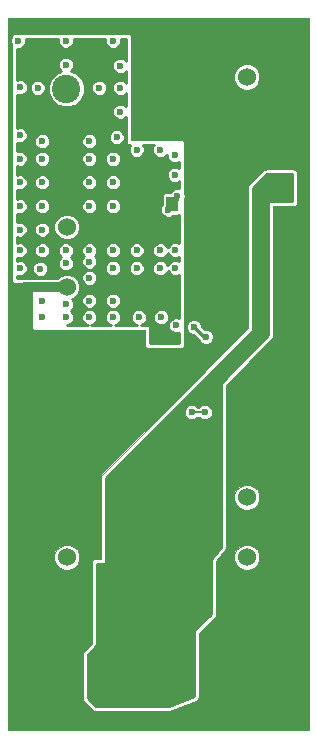
<source format=gbr>
%TF.GenerationSoftware,KiCad,Pcbnew,4.0.6*%
%TF.CreationDate,2017-08-02T11:59:14-04:00*%
%TF.ProjectId,pmt-transimpedance-amplifier,706D742D7472616E73696D706564616E,rev?*%
%TF.FileFunction,Copper,L2,Bot,Signal*%
%FSLAX46Y46*%
G04 Gerber Fmt 4.6, Leading zero omitted, Abs format (unit mm)*
G04 Created by KiCad (PCBNEW 4.0.6) date 08/02/17 11:59:14*
%MOMM*%
%LPD*%
G01*
G04 APERTURE LIST*
%ADD10C,0.100000*%
%ADD11C,1.524000*%
%ADD12R,1.000000X1.250000*%
%ADD13C,2.400000*%
%ADD14C,2.500000*%
%ADD15C,0.600000*%
%ADD16C,0.820000*%
%ADD17C,0.250000*%
%ADD18C,0.200000*%
%ADD19C,0.254000*%
G04 APERTURE END LIST*
D10*
D11*
X206350000Y-112530000D03*
X221590000Y-112530000D03*
X221590000Y-107450000D03*
X206350000Y-107450000D03*
X206350000Y-89650000D03*
X206350000Y-84570000D03*
X221590000Y-71870000D03*
D12*
X219545000Y-113715000D03*
X217545000Y-113715000D03*
X219595000Y-115765000D03*
X217595000Y-115765000D03*
D13*
X206300000Y-72875000D03*
D14*
X203760000Y-70335000D03*
X208840000Y-70335000D03*
X208840000Y-75415000D03*
X203760000Y-75415000D03*
D12*
X215275000Y-82600000D03*
X217275000Y-82600000D03*
D15*
X215600000Y-92900000D03*
X215525000Y-88025000D03*
X215525000Y-86525000D03*
X210850000Y-70925000D03*
X206250000Y-70850000D03*
X203875000Y-72800000D03*
X209075000Y-72800000D03*
X208250000Y-87500000D03*
X215475000Y-78500000D03*
X215475000Y-80150000D03*
X206250000Y-91100000D03*
X214325000Y-92200000D03*
X210250000Y-92200000D03*
X208250000Y-92200000D03*
X206250000Y-92200000D03*
X204250000Y-92200000D03*
X212450000Y-92200000D03*
X210250000Y-90800000D03*
X208250000Y-90800000D03*
X204250000Y-90800000D03*
X214250000Y-88050000D03*
X212250000Y-88050000D03*
X210250000Y-88050000D03*
X208250000Y-88875000D03*
X206250000Y-87625000D03*
X204075000Y-88125000D03*
X202350000Y-88050000D03*
X214250000Y-86550000D03*
X212250000Y-86550000D03*
X210250000Y-86550000D03*
X208250000Y-86550000D03*
X206250000Y-86550000D03*
X204250000Y-86550000D03*
X202350000Y-86550000D03*
X204250000Y-84800000D03*
X202350000Y-84800000D03*
X210250000Y-82800000D03*
X208250000Y-82800000D03*
X204250000Y-82800000D03*
X202350000Y-82800000D03*
X210250000Y-80800000D03*
X208250000Y-80800000D03*
X204250000Y-80800000D03*
X202350000Y-80800000D03*
X214250000Y-78050000D03*
X212250000Y-78050000D03*
X210250000Y-78800000D03*
X208250000Y-78800000D03*
X204250000Y-78800000D03*
X202350000Y-78800000D03*
X210550000Y-76975000D03*
X208250000Y-77300000D03*
X204250000Y-77300000D03*
X202350000Y-76800000D03*
X210850000Y-74800000D03*
X210850000Y-72800000D03*
X202375000Y-72750000D03*
X210250000Y-68800000D03*
X206250000Y-68800000D03*
X202250000Y-68800000D03*
X218300000Y-121000000D03*
X217925000Y-82850000D03*
X207459998Y-104900000D03*
X204890000Y-104880000D03*
X225040000Y-87910000D03*
X224740000Y-99800000D03*
X207400000Y-97110002D03*
X206100000Y-97089998D03*
X212130000Y-96760000D03*
X211800000Y-97300000D03*
X210870000Y-97290000D03*
X217040000Y-96830000D03*
X217925000Y-82225000D03*
X221225000Y-88700000D03*
X221197905Y-86475000D03*
X217950000Y-80900000D03*
X209075000Y-105025000D03*
X206625000Y-96575000D03*
X211050000Y-95825000D03*
X208775000Y-95825000D03*
X216550000Y-91525000D03*
X203375000Y-116475000D03*
X203350000Y-114725000D03*
X222900000Y-102800000D03*
X218090000Y-93890000D03*
X215706591Y-81943403D03*
X217075000Y-93025000D03*
X214925000Y-83100000D03*
X218025012Y-100250000D03*
X216899998Y-100250000D03*
X216900000Y-123500000D03*
X215100000Y-123500000D03*
X217100000Y-118400000D03*
X216200000Y-107000000D03*
X210900000Y-123500000D03*
X209000000Y-123500000D03*
X213000000Y-123500000D03*
X209100000Y-117400000D03*
X215000000Y-118400000D03*
X213800000Y-117400000D03*
X212000000Y-117400000D03*
X210400000Y-119000000D03*
X210400000Y-117400000D03*
X213000000Y-104600000D03*
X214400000Y-102800000D03*
X214200000Y-105200000D03*
X214200000Y-106600000D03*
X213000000Y-106600000D03*
X211000000Y-106600000D03*
X211000000Y-108600000D03*
X211000000Y-110600000D03*
X211000000Y-112600000D03*
X211000000Y-112600000D03*
X213000000Y-112600000D03*
X213000000Y-110600000D03*
X213000000Y-108600000D03*
X214200000Y-108600000D03*
X214200000Y-112600000D03*
X214300000Y-110500000D03*
X218575012Y-103000000D03*
X218575012Y-105000000D03*
X218575012Y-107000000D03*
X218000000Y-109000000D03*
X218000000Y-111000000D03*
D16*
X206350000Y-89660000D02*
X202760000Y-89660000D01*
D17*
X217075000Y-93025000D02*
X217940000Y-93890000D01*
X217940000Y-93890000D02*
X218090000Y-93890000D01*
X214925000Y-82724994D02*
X215406592Y-82243402D01*
X214925000Y-83100000D02*
X215706591Y-82318409D01*
X214925000Y-82925000D02*
X214925000Y-82724994D01*
X215406592Y-82243402D02*
X215706591Y-81943403D01*
X215706591Y-82318409D02*
X215706591Y-81943403D01*
D18*
X218025012Y-100250000D02*
X216899998Y-100250000D01*
D17*
X213800000Y-117400000D02*
X214000000Y-117400000D01*
X214300000Y-108700000D02*
X214200000Y-108600000D01*
X214300000Y-112500000D02*
X214200000Y-112600000D01*
D19*
G36*
X211373000Y-70490655D02*
X211233990Y-70351402D01*
X210985254Y-70248118D01*
X210715927Y-70247883D01*
X210467011Y-70350733D01*
X210276402Y-70541010D01*
X210173118Y-70789746D01*
X210172883Y-71059073D01*
X210275733Y-71307989D01*
X210466010Y-71498598D01*
X210714746Y-71601882D01*
X210984073Y-71602117D01*
X211232989Y-71499267D01*
X211373000Y-71359500D01*
X211373000Y-72365655D01*
X211233990Y-72226402D01*
X210985254Y-72123118D01*
X210715927Y-72122883D01*
X210467011Y-72225733D01*
X210276402Y-72416010D01*
X210173118Y-72664746D01*
X210172883Y-72934073D01*
X210275733Y-73182989D01*
X210466010Y-73373598D01*
X210714746Y-73476882D01*
X210984073Y-73477117D01*
X211232989Y-73374267D01*
X211373000Y-73234500D01*
X211373000Y-74365655D01*
X211233990Y-74226402D01*
X210985254Y-74123118D01*
X210715927Y-74122883D01*
X210467011Y-74225733D01*
X210276402Y-74416010D01*
X210173118Y-74664746D01*
X210172883Y-74934073D01*
X210275733Y-75182989D01*
X210466010Y-75373598D01*
X210714746Y-75476882D01*
X210984073Y-75477117D01*
X211232989Y-75374267D01*
X211373000Y-75234500D01*
X211373000Y-77500000D01*
X211383006Y-77549410D01*
X211411447Y-77591035D01*
X211453841Y-77618315D01*
X211500000Y-77627000D01*
X211715480Y-77627000D01*
X211676402Y-77666010D01*
X211573118Y-77914746D01*
X211572883Y-78184073D01*
X211675733Y-78432989D01*
X211866010Y-78623598D01*
X212114746Y-78726882D01*
X212384073Y-78727117D01*
X212632989Y-78624267D01*
X212823598Y-78433990D01*
X212926882Y-78185254D01*
X212927117Y-77915927D01*
X212824267Y-77667011D01*
X212784326Y-77627000D01*
X213715480Y-77627000D01*
X213676402Y-77666010D01*
X213573118Y-77914746D01*
X213572883Y-78184073D01*
X213675733Y-78432989D01*
X213866010Y-78623598D01*
X214114746Y-78726882D01*
X214384073Y-78727117D01*
X214632989Y-78624267D01*
X214798035Y-78459508D01*
X214797883Y-78634073D01*
X214900733Y-78882989D01*
X215091010Y-79073598D01*
X215339746Y-79176882D01*
X215609073Y-79177117D01*
X215857989Y-79074267D01*
X215873000Y-79059282D01*
X215873000Y-79590436D01*
X215858990Y-79576402D01*
X215610254Y-79473118D01*
X215340927Y-79472883D01*
X215092011Y-79575733D01*
X214901402Y-79766010D01*
X214798118Y-80014746D01*
X214797883Y-80284073D01*
X214900733Y-80532989D01*
X215091010Y-80723598D01*
X215339746Y-80826882D01*
X215609073Y-80827117D01*
X215857989Y-80724267D01*
X215873000Y-80709282D01*
X215873000Y-81279458D01*
X215841845Y-81266521D01*
X215572518Y-81266286D01*
X215323602Y-81369136D01*
X215132993Y-81559413D01*
X215120037Y-81590615D01*
X214775000Y-81590615D01*
X214635292Y-81616903D01*
X214506980Y-81699470D01*
X214420899Y-81825453D01*
X214390615Y-81975000D01*
X214390615Y-82676865D01*
X214351402Y-82716010D01*
X214248118Y-82964746D01*
X214247883Y-83234073D01*
X214350733Y-83482989D01*
X214541010Y-83673598D01*
X214789746Y-83776882D01*
X215059073Y-83777117D01*
X215307989Y-83674267D01*
X215372984Y-83609385D01*
X215775000Y-83609385D01*
X215873000Y-83590945D01*
X215873000Y-85936458D01*
X215660254Y-85848118D01*
X215390927Y-85847883D01*
X215142011Y-85950733D01*
X214951402Y-86141010D01*
X214882293Y-86307444D01*
X214824267Y-86167011D01*
X214633990Y-85976402D01*
X214385254Y-85873118D01*
X214115927Y-85872883D01*
X213867011Y-85975733D01*
X213676402Y-86166010D01*
X213573118Y-86414746D01*
X213572883Y-86684073D01*
X213675733Y-86932989D01*
X213866010Y-87123598D01*
X214114746Y-87226882D01*
X214384073Y-87227117D01*
X214632989Y-87124267D01*
X214823598Y-86933990D01*
X214892707Y-86767556D01*
X214950733Y-86907989D01*
X215141010Y-87098598D01*
X215389746Y-87201882D01*
X215659073Y-87202117D01*
X215873000Y-87113724D01*
X215873000Y-87436458D01*
X215660254Y-87348118D01*
X215390927Y-87347883D01*
X215142011Y-87450733D01*
X214951402Y-87641010D01*
X214882293Y-87807444D01*
X214824267Y-87667011D01*
X214633990Y-87476402D01*
X214385254Y-87373118D01*
X214115927Y-87372883D01*
X213867011Y-87475733D01*
X213676402Y-87666010D01*
X213573118Y-87914746D01*
X213572883Y-88184073D01*
X213675733Y-88432989D01*
X213866010Y-88623598D01*
X214114746Y-88726882D01*
X214384073Y-88727117D01*
X214632989Y-88624267D01*
X214823598Y-88433990D01*
X214892707Y-88267556D01*
X214950733Y-88407989D01*
X215141010Y-88598598D01*
X215389746Y-88701882D01*
X215659073Y-88702117D01*
X215873000Y-88613724D01*
X215873000Y-91524983D01*
X215872883Y-91659073D01*
X215873000Y-91659356D01*
X215873000Y-92280315D01*
X215735254Y-92223118D01*
X215465927Y-92222883D01*
X215217011Y-92325733D01*
X215026402Y-92516010D01*
X214923118Y-92764746D01*
X214922883Y-93034073D01*
X215025733Y-93282989D01*
X215216010Y-93473598D01*
X215464746Y-93576882D01*
X215734073Y-93577117D01*
X215873000Y-93519714D01*
X215873000Y-94373000D01*
X213377000Y-94373000D01*
X213377000Y-93000000D01*
X213366994Y-92950590D01*
X213338553Y-92908965D01*
X213296159Y-92881685D01*
X213250000Y-92873000D01*
X212594037Y-92873000D01*
X212832989Y-92774267D01*
X213023598Y-92583990D01*
X213126882Y-92335254D01*
X213126883Y-92334073D01*
X213647883Y-92334073D01*
X213750733Y-92582989D01*
X213941010Y-92773598D01*
X214189746Y-92876882D01*
X214459073Y-92877117D01*
X214707989Y-92774267D01*
X214898598Y-92583990D01*
X215001882Y-92335254D01*
X215002117Y-92065927D01*
X214899267Y-91817011D01*
X214708990Y-91626402D01*
X214460254Y-91523118D01*
X214190927Y-91522883D01*
X213942011Y-91625733D01*
X213751402Y-91816010D01*
X213648118Y-92064746D01*
X213647883Y-92334073D01*
X213126883Y-92334073D01*
X213127117Y-92065927D01*
X213024267Y-91817011D01*
X212833990Y-91626402D01*
X212585254Y-91523118D01*
X212315927Y-91522883D01*
X212067011Y-91625733D01*
X211876402Y-91816010D01*
X211773118Y-92064746D01*
X211772883Y-92334073D01*
X211875733Y-92582989D01*
X212066010Y-92773598D01*
X212305397Y-92873000D01*
X210394037Y-92873000D01*
X210632989Y-92774267D01*
X210823598Y-92583990D01*
X210926882Y-92335254D01*
X210927117Y-92065927D01*
X210824267Y-91817011D01*
X210633990Y-91626402D01*
X210385254Y-91523118D01*
X210115927Y-91522883D01*
X209867011Y-91625733D01*
X209676402Y-91816010D01*
X209573118Y-92064746D01*
X209572883Y-92334073D01*
X209675733Y-92582989D01*
X209866010Y-92773598D01*
X210105397Y-92873000D01*
X208394037Y-92873000D01*
X208632989Y-92774267D01*
X208823598Y-92583990D01*
X208926882Y-92335254D01*
X208927117Y-92065927D01*
X208824267Y-91817011D01*
X208633990Y-91626402D01*
X208385254Y-91523118D01*
X208115927Y-91522883D01*
X207867011Y-91625733D01*
X207676402Y-91816010D01*
X207573118Y-92064746D01*
X207572883Y-92334073D01*
X207675733Y-92582989D01*
X207866010Y-92773598D01*
X208105397Y-92873000D01*
X206394037Y-92873000D01*
X206632989Y-92774267D01*
X206823598Y-92583990D01*
X206926882Y-92335254D01*
X206927117Y-92065927D01*
X206824267Y-91817011D01*
X206657423Y-91649876D01*
X206823598Y-91483990D01*
X206926882Y-91235254D01*
X206927117Y-90965927D01*
X206913956Y-90934073D01*
X207572883Y-90934073D01*
X207675733Y-91182989D01*
X207866010Y-91373598D01*
X208114746Y-91476882D01*
X208384073Y-91477117D01*
X208632989Y-91374267D01*
X208823598Y-91183990D01*
X208926882Y-90935254D01*
X208926883Y-90934073D01*
X209572883Y-90934073D01*
X209675733Y-91182989D01*
X209866010Y-91373598D01*
X210114746Y-91476882D01*
X210384073Y-91477117D01*
X210632989Y-91374267D01*
X210823598Y-91183990D01*
X210926882Y-90935254D01*
X210927117Y-90665927D01*
X210824267Y-90417011D01*
X210633990Y-90226402D01*
X210385254Y-90123118D01*
X210115927Y-90122883D01*
X209867011Y-90225733D01*
X209676402Y-90416010D01*
X209573118Y-90664746D01*
X209572883Y-90934073D01*
X208926883Y-90934073D01*
X208927117Y-90665927D01*
X208824267Y-90417011D01*
X208633990Y-90226402D01*
X208385254Y-90123118D01*
X208115927Y-90122883D01*
X207867011Y-90225733D01*
X207676402Y-90416010D01*
X207573118Y-90664746D01*
X207572883Y-90934073D01*
X206913956Y-90934073D01*
X206824267Y-90717011D01*
X206802659Y-90695365D01*
X206994349Y-90616160D01*
X207315034Y-90296034D01*
X207488802Y-89877555D01*
X207489197Y-89424433D01*
X207317574Y-89009073D01*
X207572883Y-89009073D01*
X207675733Y-89257989D01*
X207866010Y-89448598D01*
X208114746Y-89551882D01*
X208384073Y-89552117D01*
X208632989Y-89449267D01*
X208823598Y-89258990D01*
X208926882Y-89010254D01*
X208927117Y-88740927D01*
X208824267Y-88492011D01*
X208633990Y-88301402D01*
X208385254Y-88198118D01*
X208115927Y-88197883D01*
X207867011Y-88300733D01*
X207676402Y-88491010D01*
X207573118Y-88739746D01*
X207572883Y-89009073D01*
X207317574Y-89009073D01*
X207316160Y-89005651D01*
X206996034Y-88684966D01*
X206577555Y-88511198D01*
X206124433Y-88510803D01*
X205705651Y-88683840D01*
X205516161Y-88873000D01*
X202127000Y-88873000D01*
X202127000Y-88690447D01*
X202214746Y-88726882D01*
X202484073Y-88727117D01*
X202732989Y-88624267D01*
X202923598Y-88433990D01*
X202996229Y-88259073D01*
X203397883Y-88259073D01*
X203500733Y-88507989D01*
X203691010Y-88698598D01*
X203939746Y-88801882D01*
X204209073Y-88802117D01*
X204457989Y-88699267D01*
X204648598Y-88508990D01*
X204751882Y-88260254D01*
X204752117Y-87990927D01*
X204649267Y-87742011D01*
X204458990Y-87551402D01*
X204210254Y-87448118D01*
X203940927Y-87447883D01*
X203692011Y-87550733D01*
X203501402Y-87741010D01*
X203398118Y-87989746D01*
X203397883Y-88259073D01*
X202996229Y-88259073D01*
X203026882Y-88185254D01*
X203027117Y-87915927D01*
X202924267Y-87667011D01*
X202733990Y-87476402D01*
X202485254Y-87373118D01*
X202215927Y-87372883D01*
X202127000Y-87409627D01*
X202127000Y-87190447D01*
X202214746Y-87226882D01*
X202484073Y-87227117D01*
X202732989Y-87124267D01*
X202923598Y-86933990D01*
X203026882Y-86685254D01*
X203026883Y-86684073D01*
X203572883Y-86684073D01*
X203675733Y-86932989D01*
X203866010Y-87123598D01*
X204114746Y-87226882D01*
X204384073Y-87227117D01*
X204632989Y-87124267D01*
X204823598Y-86933990D01*
X204926882Y-86685254D01*
X204926883Y-86684073D01*
X205572883Y-86684073D01*
X205675733Y-86932989D01*
X205830077Y-87087602D01*
X205676402Y-87241010D01*
X205573118Y-87489746D01*
X205572883Y-87759073D01*
X205675733Y-88007989D01*
X205866010Y-88198598D01*
X206114746Y-88301882D01*
X206384073Y-88302117D01*
X206632989Y-88199267D01*
X206648209Y-88184073D01*
X209572883Y-88184073D01*
X209675733Y-88432989D01*
X209866010Y-88623598D01*
X210114746Y-88726882D01*
X210384073Y-88727117D01*
X210632989Y-88624267D01*
X210823598Y-88433990D01*
X210926882Y-88185254D01*
X210926883Y-88184073D01*
X211572883Y-88184073D01*
X211675733Y-88432989D01*
X211866010Y-88623598D01*
X212114746Y-88726882D01*
X212384073Y-88727117D01*
X212632989Y-88624267D01*
X212823598Y-88433990D01*
X212926882Y-88185254D01*
X212927117Y-87915927D01*
X212824267Y-87667011D01*
X212633990Y-87476402D01*
X212385254Y-87373118D01*
X212115927Y-87372883D01*
X211867011Y-87475733D01*
X211676402Y-87666010D01*
X211573118Y-87914746D01*
X211572883Y-88184073D01*
X210926883Y-88184073D01*
X210927117Y-87915927D01*
X210824267Y-87667011D01*
X210633990Y-87476402D01*
X210385254Y-87373118D01*
X210115927Y-87372883D01*
X209867011Y-87475733D01*
X209676402Y-87666010D01*
X209573118Y-87914746D01*
X209572883Y-88184073D01*
X206648209Y-88184073D01*
X206823598Y-88008990D01*
X206926882Y-87760254D01*
X206927117Y-87490927D01*
X206824267Y-87242011D01*
X206669923Y-87087398D01*
X206823598Y-86933990D01*
X206926882Y-86685254D01*
X206926883Y-86684073D01*
X207572883Y-86684073D01*
X207675733Y-86932989D01*
X207767577Y-87024994D01*
X207676402Y-87116010D01*
X207573118Y-87364746D01*
X207572883Y-87634073D01*
X207675733Y-87882989D01*
X207866010Y-88073598D01*
X208114746Y-88176882D01*
X208384073Y-88177117D01*
X208632989Y-88074267D01*
X208823598Y-87883990D01*
X208926882Y-87635254D01*
X208927117Y-87365927D01*
X208824267Y-87117011D01*
X208732423Y-87025006D01*
X208823598Y-86933990D01*
X208926882Y-86685254D01*
X208926883Y-86684073D01*
X209572883Y-86684073D01*
X209675733Y-86932989D01*
X209866010Y-87123598D01*
X210114746Y-87226882D01*
X210384073Y-87227117D01*
X210632989Y-87124267D01*
X210823598Y-86933990D01*
X210926882Y-86685254D01*
X210926883Y-86684073D01*
X211572883Y-86684073D01*
X211675733Y-86932989D01*
X211866010Y-87123598D01*
X212114746Y-87226882D01*
X212384073Y-87227117D01*
X212632989Y-87124267D01*
X212823598Y-86933990D01*
X212926882Y-86685254D01*
X212927117Y-86415927D01*
X212824267Y-86167011D01*
X212633990Y-85976402D01*
X212385254Y-85873118D01*
X212115927Y-85872883D01*
X211867011Y-85975733D01*
X211676402Y-86166010D01*
X211573118Y-86414746D01*
X211572883Y-86684073D01*
X210926883Y-86684073D01*
X210927117Y-86415927D01*
X210824267Y-86167011D01*
X210633990Y-85976402D01*
X210385254Y-85873118D01*
X210115927Y-85872883D01*
X209867011Y-85975733D01*
X209676402Y-86166010D01*
X209573118Y-86414746D01*
X209572883Y-86684073D01*
X208926883Y-86684073D01*
X208927117Y-86415927D01*
X208824267Y-86167011D01*
X208633990Y-85976402D01*
X208385254Y-85873118D01*
X208115927Y-85872883D01*
X207867011Y-85975733D01*
X207676402Y-86166010D01*
X207573118Y-86414746D01*
X207572883Y-86684073D01*
X206926883Y-86684073D01*
X206927117Y-86415927D01*
X206824267Y-86167011D01*
X206633990Y-85976402D01*
X206385254Y-85873118D01*
X206115927Y-85872883D01*
X205867011Y-85975733D01*
X205676402Y-86166010D01*
X205573118Y-86414746D01*
X205572883Y-86684073D01*
X204926883Y-86684073D01*
X204927117Y-86415927D01*
X204824267Y-86167011D01*
X204633990Y-85976402D01*
X204385254Y-85873118D01*
X204115927Y-85872883D01*
X203867011Y-85975733D01*
X203676402Y-86166010D01*
X203573118Y-86414746D01*
X203572883Y-86684073D01*
X203026883Y-86684073D01*
X203027117Y-86415927D01*
X202924267Y-86167011D01*
X202733990Y-85976402D01*
X202485254Y-85873118D01*
X202215927Y-85872883D01*
X202127000Y-85909627D01*
X202127000Y-85440447D01*
X202214746Y-85476882D01*
X202484073Y-85477117D01*
X202732989Y-85374267D01*
X202923598Y-85183990D01*
X203026882Y-84935254D01*
X203026883Y-84934073D01*
X203572883Y-84934073D01*
X203675733Y-85182989D01*
X203866010Y-85373598D01*
X204114746Y-85476882D01*
X204384073Y-85477117D01*
X204632989Y-85374267D01*
X204823598Y-85183990D01*
X204926882Y-84935254D01*
X204927003Y-84795567D01*
X205210803Y-84795567D01*
X205383840Y-85214349D01*
X205703966Y-85535034D01*
X206122445Y-85708802D01*
X206575567Y-85709197D01*
X206994349Y-85536160D01*
X207315034Y-85216034D01*
X207488802Y-84797555D01*
X207489197Y-84344433D01*
X207316160Y-83925651D01*
X206996034Y-83604966D01*
X206577555Y-83431198D01*
X206124433Y-83430803D01*
X205705651Y-83603840D01*
X205384966Y-83923966D01*
X205211198Y-84342445D01*
X205210803Y-84795567D01*
X204927003Y-84795567D01*
X204927117Y-84665927D01*
X204824267Y-84417011D01*
X204633990Y-84226402D01*
X204385254Y-84123118D01*
X204115927Y-84122883D01*
X203867011Y-84225733D01*
X203676402Y-84416010D01*
X203573118Y-84664746D01*
X203572883Y-84934073D01*
X203026883Y-84934073D01*
X203027117Y-84665927D01*
X202924267Y-84417011D01*
X202733990Y-84226402D01*
X202485254Y-84123118D01*
X202215927Y-84122883D01*
X202127000Y-84159627D01*
X202127000Y-83440447D01*
X202214746Y-83476882D01*
X202484073Y-83477117D01*
X202732989Y-83374267D01*
X202923598Y-83183990D01*
X203026882Y-82935254D01*
X203026883Y-82934073D01*
X203572883Y-82934073D01*
X203675733Y-83182989D01*
X203866010Y-83373598D01*
X204114746Y-83476882D01*
X204384073Y-83477117D01*
X204632989Y-83374267D01*
X204823598Y-83183990D01*
X204926882Y-82935254D01*
X204926883Y-82934073D01*
X207572883Y-82934073D01*
X207675733Y-83182989D01*
X207866010Y-83373598D01*
X208114746Y-83476882D01*
X208384073Y-83477117D01*
X208632989Y-83374267D01*
X208823598Y-83183990D01*
X208926882Y-82935254D01*
X208926883Y-82934073D01*
X209572883Y-82934073D01*
X209675733Y-83182989D01*
X209866010Y-83373598D01*
X210114746Y-83476882D01*
X210384073Y-83477117D01*
X210632989Y-83374267D01*
X210823598Y-83183990D01*
X210926882Y-82935254D01*
X210927117Y-82665927D01*
X210824267Y-82417011D01*
X210633990Y-82226402D01*
X210385254Y-82123118D01*
X210115927Y-82122883D01*
X209867011Y-82225733D01*
X209676402Y-82416010D01*
X209573118Y-82664746D01*
X209572883Y-82934073D01*
X208926883Y-82934073D01*
X208927117Y-82665927D01*
X208824267Y-82417011D01*
X208633990Y-82226402D01*
X208385254Y-82123118D01*
X208115927Y-82122883D01*
X207867011Y-82225733D01*
X207676402Y-82416010D01*
X207573118Y-82664746D01*
X207572883Y-82934073D01*
X204926883Y-82934073D01*
X204927117Y-82665927D01*
X204824267Y-82417011D01*
X204633990Y-82226402D01*
X204385254Y-82123118D01*
X204115927Y-82122883D01*
X203867011Y-82225733D01*
X203676402Y-82416010D01*
X203573118Y-82664746D01*
X203572883Y-82934073D01*
X203026883Y-82934073D01*
X203027117Y-82665927D01*
X202924267Y-82417011D01*
X202733990Y-82226402D01*
X202485254Y-82123118D01*
X202215927Y-82122883D01*
X202127000Y-82159627D01*
X202127000Y-81440447D01*
X202214746Y-81476882D01*
X202484073Y-81477117D01*
X202732989Y-81374267D01*
X202923598Y-81183990D01*
X203026882Y-80935254D01*
X203026883Y-80934073D01*
X203572883Y-80934073D01*
X203675733Y-81182989D01*
X203866010Y-81373598D01*
X204114746Y-81476882D01*
X204384073Y-81477117D01*
X204632989Y-81374267D01*
X204823598Y-81183990D01*
X204926882Y-80935254D01*
X204926883Y-80934073D01*
X207572883Y-80934073D01*
X207675733Y-81182989D01*
X207866010Y-81373598D01*
X208114746Y-81476882D01*
X208384073Y-81477117D01*
X208632989Y-81374267D01*
X208823598Y-81183990D01*
X208926882Y-80935254D01*
X208926883Y-80934073D01*
X209572883Y-80934073D01*
X209675733Y-81182989D01*
X209866010Y-81373598D01*
X210114746Y-81476882D01*
X210384073Y-81477117D01*
X210632989Y-81374267D01*
X210823598Y-81183990D01*
X210926882Y-80935254D01*
X210927117Y-80665927D01*
X210824267Y-80417011D01*
X210633990Y-80226402D01*
X210385254Y-80123118D01*
X210115927Y-80122883D01*
X209867011Y-80225733D01*
X209676402Y-80416010D01*
X209573118Y-80664746D01*
X209572883Y-80934073D01*
X208926883Y-80934073D01*
X208927117Y-80665927D01*
X208824267Y-80417011D01*
X208633990Y-80226402D01*
X208385254Y-80123118D01*
X208115927Y-80122883D01*
X207867011Y-80225733D01*
X207676402Y-80416010D01*
X207573118Y-80664746D01*
X207572883Y-80934073D01*
X204926883Y-80934073D01*
X204927117Y-80665927D01*
X204824267Y-80417011D01*
X204633990Y-80226402D01*
X204385254Y-80123118D01*
X204115927Y-80122883D01*
X203867011Y-80225733D01*
X203676402Y-80416010D01*
X203573118Y-80664746D01*
X203572883Y-80934073D01*
X203026883Y-80934073D01*
X203027117Y-80665927D01*
X202924267Y-80417011D01*
X202733990Y-80226402D01*
X202485254Y-80123118D01*
X202215927Y-80122883D01*
X202127000Y-80159627D01*
X202127000Y-79440447D01*
X202214746Y-79476882D01*
X202484073Y-79477117D01*
X202732989Y-79374267D01*
X202923598Y-79183990D01*
X203026882Y-78935254D01*
X203026883Y-78934073D01*
X203572883Y-78934073D01*
X203675733Y-79182989D01*
X203866010Y-79373598D01*
X204114746Y-79476882D01*
X204384073Y-79477117D01*
X204632989Y-79374267D01*
X204823598Y-79183990D01*
X204926882Y-78935254D01*
X204926883Y-78934073D01*
X207572883Y-78934073D01*
X207675733Y-79182989D01*
X207866010Y-79373598D01*
X208114746Y-79476882D01*
X208384073Y-79477117D01*
X208632989Y-79374267D01*
X208823598Y-79183990D01*
X208926882Y-78935254D01*
X208926883Y-78934073D01*
X209572883Y-78934073D01*
X209675733Y-79182989D01*
X209866010Y-79373598D01*
X210114746Y-79476882D01*
X210384073Y-79477117D01*
X210632989Y-79374267D01*
X210823598Y-79183990D01*
X210926882Y-78935254D01*
X210927117Y-78665927D01*
X210824267Y-78417011D01*
X210633990Y-78226402D01*
X210385254Y-78123118D01*
X210115927Y-78122883D01*
X209867011Y-78225733D01*
X209676402Y-78416010D01*
X209573118Y-78664746D01*
X209572883Y-78934073D01*
X208926883Y-78934073D01*
X208927117Y-78665927D01*
X208824267Y-78417011D01*
X208633990Y-78226402D01*
X208385254Y-78123118D01*
X208115927Y-78122883D01*
X207867011Y-78225733D01*
X207676402Y-78416010D01*
X207573118Y-78664746D01*
X207572883Y-78934073D01*
X204926883Y-78934073D01*
X204927117Y-78665927D01*
X204824267Y-78417011D01*
X204633990Y-78226402D01*
X204385254Y-78123118D01*
X204115927Y-78122883D01*
X203867011Y-78225733D01*
X203676402Y-78416010D01*
X203573118Y-78664746D01*
X203572883Y-78934073D01*
X203026883Y-78934073D01*
X203027117Y-78665927D01*
X202924267Y-78417011D01*
X202733990Y-78226402D01*
X202485254Y-78123118D01*
X202215927Y-78122883D01*
X202127000Y-78159627D01*
X202127000Y-77440447D01*
X202214746Y-77476882D01*
X202484073Y-77477117D01*
X202588247Y-77434073D01*
X203572883Y-77434073D01*
X203675733Y-77682989D01*
X203866010Y-77873598D01*
X204114746Y-77976882D01*
X204384073Y-77977117D01*
X204632989Y-77874267D01*
X204823598Y-77683990D01*
X204926882Y-77435254D01*
X204926883Y-77434073D01*
X207572883Y-77434073D01*
X207675733Y-77682989D01*
X207866010Y-77873598D01*
X208114746Y-77976882D01*
X208384073Y-77977117D01*
X208632989Y-77874267D01*
X208823598Y-77683990D01*
X208926882Y-77435254D01*
X208927117Y-77165927D01*
X208903626Y-77109073D01*
X209872883Y-77109073D01*
X209975733Y-77357989D01*
X210166010Y-77548598D01*
X210414746Y-77651882D01*
X210684073Y-77652117D01*
X210932989Y-77549267D01*
X211123598Y-77358990D01*
X211226882Y-77110254D01*
X211227117Y-76840927D01*
X211124267Y-76592011D01*
X210933990Y-76401402D01*
X210685254Y-76298118D01*
X210415927Y-76297883D01*
X210167011Y-76400733D01*
X209976402Y-76591010D01*
X209873118Y-76839746D01*
X209872883Y-77109073D01*
X208903626Y-77109073D01*
X208824267Y-76917011D01*
X208633990Y-76726402D01*
X208385254Y-76623118D01*
X208115927Y-76622883D01*
X207867011Y-76725733D01*
X207676402Y-76916010D01*
X207573118Y-77164746D01*
X207572883Y-77434073D01*
X204926883Y-77434073D01*
X204927117Y-77165927D01*
X204824267Y-76917011D01*
X204633990Y-76726402D01*
X204385254Y-76623118D01*
X204115927Y-76622883D01*
X203867011Y-76725733D01*
X203676402Y-76916010D01*
X203573118Y-77164746D01*
X203572883Y-77434073D01*
X202588247Y-77434073D01*
X202732989Y-77374267D01*
X202923598Y-77183990D01*
X203026882Y-76935254D01*
X203027117Y-76665927D01*
X202924267Y-76417011D01*
X202733990Y-76226402D01*
X202485254Y-76123118D01*
X202215927Y-76122883D01*
X202127000Y-76159627D01*
X202127000Y-73380066D01*
X202239746Y-73426882D01*
X202509073Y-73427117D01*
X202757989Y-73324267D01*
X202948598Y-73133990D01*
X203031610Y-72934073D01*
X203197883Y-72934073D01*
X203300733Y-73182989D01*
X203491010Y-73373598D01*
X203739746Y-73476882D01*
X204009073Y-73477117D01*
X204257989Y-73374267D01*
X204445274Y-73187308D01*
X204722727Y-73187308D01*
X204962305Y-73767132D01*
X205405535Y-74211136D01*
X205984939Y-74451725D01*
X206612308Y-74452273D01*
X207192132Y-74212695D01*
X207636136Y-73769465D01*
X207876725Y-73190061D01*
X207876948Y-72934073D01*
X208397883Y-72934073D01*
X208500733Y-73182989D01*
X208691010Y-73373598D01*
X208939746Y-73476882D01*
X209209073Y-73477117D01*
X209457989Y-73374267D01*
X209648598Y-73183990D01*
X209751882Y-72935254D01*
X209752117Y-72665927D01*
X209649267Y-72417011D01*
X209458990Y-72226402D01*
X209210254Y-72123118D01*
X208940927Y-72122883D01*
X208692011Y-72225733D01*
X208501402Y-72416010D01*
X208398118Y-72664746D01*
X208397883Y-72934073D01*
X207876948Y-72934073D01*
X207877273Y-72562692D01*
X207637695Y-71982868D01*
X207194465Y-71538864D01*
X206716858Y-71340545D01*
X206823598Y-71233990D01*
X206926882Y-70985254D01*
X206927117Y-70715927D01*
X206824267Y-70467011D01*
X206633990Y-70276402D01*
X206385254Y-70173118D01*
X206115927Y-70172883D01*
X205867011Y-70275733D01*
X205676402Y-70466010D01*
X205573118Y-70714746D01*
X205572883Y-70984073D01*
X205675733Y-71232989D01*
X205812585Y-71370080D01*
X205407868Y-71537305D01*
X204963864Y-71980535D01*
X204723275Y-72559939D01*
X204722727Y-73187308D01*
X204445274Y-73187308D01*
X204448598Y-73183990D01*
X204551882Y-72935254D01*
X204552117Y-72665927D01*
X204449267Y-72417011D01*
X204258990Y-72226402D01*
X204010254Y-72123118D01*
X203740927Y-72122883D01*
X203492011Y-72225733D01*
X203301402Y-72416010D01*
X203198118Y-72664746D01*
X203197883Y-72934073D01*
X203031610Y-72934073D01*
X203051882Y-72885254D01*
X203052117Y-72615927D01*
X202949267Y-72367011D01*
X202758990Y-72176402D01*
X202510254Y-72073118D01*
X202240927Y-72072883D01*
X202127000Y-72119957D01*
X202127000Y-69476893D01*
X202384073Y-69477117D01*
X202632989Y-69374267D01*
X202823598Y-69183990D01*
X202926882Y-68935254D01*
X202927117Y-68665927D01*
X202920362Y-68649579D01*
X205582325Y-68642574D01*
X205573118Y-68664746D01*
X205572883Y-68934073D01*
X205675733Y-69182989D01*
X205866010Y-69373598D01*
X206114746Y-69476882D01*
X206384073Y-69477117D01*
X206632989Y-69374267D01*
X206823598Y-69183990D01*
X206926882Y-68935254D01*
X206927117Y-68665927D01*
X206916017Y-68639064D01*
X209586700Y-68632036D01*
X209573118Y-68664746D01*
X209572883Y-68934073D01*
X209675733Y-69182989D01*
X209866010Y-69373598D01*
X210114746Y-69476882D01*
X210384073Y-69477117D01*
X210632989Y-69374267D01*
X210823598Y-69183990D01*
X210926882Y-68935254D01*
X210927117Y-68665927D01*
X210911673Y-68628549D01*
X211373000Y-68627335D01*
X211373000Y-70490655D01*
X211373000Y-70490655D01*
G37*
X211373000Y-70490655D02*
X211233990Y-70351402D01*
X210985254Y-70248118D01*
X210715927Y-70247883D01*
X210467011Y-70350733D01*
X210276402Y-70541010D01*
X210173118Y-70789746D01*
X210172883Y-71059073D01*
X210275733Y-71307989D01*
X210466010Y-71498598D01*
X210714746Y-71601882D01*
X210984073Y-71602117D01*
X211232989Y-71499267D01*
X211373000Y-71359500D01*
X211373000Y-72365655D01*
X211233990Y-72226402D01*
X210985254Y-72123118D01*
X210715927Y-72122883D01*
X210467011Y-72225733D01*
X210276402Y-72416010D01*
X210173118Y-72664746D01*
X210172883Y-72934073D01*
X210275733Y-73182989D01*
X210466010Y-73373598D01*
X210714746Y-73476882D01*
X210984073Y-73477117D01*
X211232989Y-73374267D01*
X211373000Y-73234500D01*
X211373000Y-74365655D01*
X211233990Y-74226402D01*
X210985254Y-74123118D01*
X210715927Y-74122883D01*
X210467011Y-74225733D01*
X210276402Y-74416010D01*
X210173118Y-74664746D01*
X210172883Y-74934073D01*
X210275733Y-75182989D01*
X210466010Y-75373598D01*
X210714746Y-75476882D01*
X210984073Y-75477117D01*
X211232989Y-75374267D01*
X211373000Y-75234500D01*
X211373000Y-77500000D01*
X211383006Y-77549410D01*
X211411447Y-77591035D01*
X211453841Y-77618315D01*
X211500000Y-77627000D01*
X211715480Y-77627000D01*
X211676402Y-77666010D01*
X211573118Y-77914746D01*
X211572883Y-78184073D01*
X211675733Y-78432989D01*
X211866010Y-78623598D01*
X212114746Y-78726882D01*
X212384073Y-78727117D01*
X212632989Y-78624267D01*
X212823598Y-78433990D01*
X212926882Y-78185254D01*
X212927117Y-77915927D01*
X212824267Y-77667011D01*
X212784326Y-77627000D01*
X213715480Y-77627000D01*
X213676402Y-77666010D01*
X213573118Y-77914746D01*
X213572883Y-78184073D01*
X213675733Y-78432989D01*
X213866010Y-78623598D01*
X214114746Y-78726882D01*
X214384073Y-78727117D01*
X214632989Y-78624267D01*
X214798035Y-78459508D01*
X214797883Y-78634073D01*
X214900733Y-78882989D01*
X215091010Y-79073598D01*
X215339746Y-79176882D01*
X215609073Y-79177117D01*
X215857989Y-79074267D01*
X215873000Y-79059282D01*
X215873000Y-79590436D01*
X215858990Y-79576402D01*
X215610254Y-79473118D01*
X215340927Y-79472883D01*
X215092011Y-79575733D01*
X214901402Y-79766010D01*
X214798118Y-80014746D01*
X214797883Y-80284073D01*
X214900733Y-80532989D01*
X215091010Y-80723598D01*
X215339746Y-80826882D01*
X215609073Y-80827117D01*
X215857989Y-80724267D01*
X215873000Y-80709282D01*
X215873000Y-81279458D01*
X215841845Y-81266521D01*
X215572518Y-81266286D01*
X215323602Y-81369136D01*
X215132993Y-81559413D01*
X215120037Y-81590615D01*
X214775000Y-81590615D01*
X214635292Y-81616903D01*
X214506980Y-81699470D01*
X214420899Y-81825453D01*
X214390615Y-81975000D01*
X214390615Y-82676865D01*
X214351402Y-82716010D01*
X214248118Y-82964746D01*
X214247883Y-83234073D01*
X214350733Y-83482989D01*
X214541010Y-83673598D01*
X214789746Y-83776882D01*
X215059073Y-83777117D01*
X215307989Y-83674267D01*
X215372984Y-83609385D01*
X215775000Y-83609385D01*
X215873000Y-83590945D01*
X215873000Y-85936458D01*
X215660254Y-85848118D01*
X215390927Y-85847883D01*
X215142011Y-85950733D01*
X214951402Y-86141010D01*
X214882293Y-86307444D01*
X214824267Y-86167011D01*
X214633990Y-85976402D01*
X214385254Y-85873118D01*
X214115927Y-85872883D01*
X213867011Y-85975733D01*
X213676402Y-86166010D01*
X213573118Y-86414746D01*
X213572883Y-86684073D01*
X213675733Y-86932989D01*
X213866010Y-87123598D01*
X214114746Y-87226882D01*
X214384073Y-87227117D01*
X214632989Y-87124267D01*
X214823598Y-86933990D01*
X214892707Y-86767556D01*
X214950733Y-86907989D01*
X215141010Y-87098598D01*
X215389746Y-87201882D01*
X215659073Y-87202117D01*
X215873000Y-87113724D01*
X215873000Y-87436458D01*
X215660254Y-87348118D01*
X215390927Y-87347883D01*
X215142011Y-87450733D01*
X214951402Y-87641010D01*
X214882293Y-87807444D01*
X214824267Y-87667011D01*
X214633990Y-87476402D01*
X214385254Y-87373118D01*
X214115927Y-87372883D01*
X213867011Y-87475733D01*
X213676402Y-87666010D01*
X213573118Y-87914746D01*
X213572883Y-88184073D01*
X213675733Y-88432989D01*
X213866010Y-88623598D01*
X214114746Y-88726882D01*
X214384073Y-88727117D01*
X214632989Y-88624267D01*
X214823598Y-88433990D01*
X214892707Y-88267556D01*
X214950733Y-88407989D01*
X215141010Y-88598598D01*
X215389746Y-88701882D01*
X215659073Y-88702117D01*
X215873000Y-88613724D01*
X215873000Y-91524983D01*
X215872883Y-91659073D01*
X215873000Y-91659356D01*
X215873000Y-92280315D01*
X215735254Y-92223118D01*
X215465927Y-92222883D01*
X215217011Y-92325733D01*
X215026402Y-92516010D01*
X214923118Y-92764746D01*
X214922883Y-93034073D01*
X215025733Y-93282989D01*
X215216010Y-93473598D01*
X215464746Y-93576882D01*
X215734073Y-93577117D01*
X215873000Y-93519714D01*
X215873000Y-94373000D01*
X213377000Y-94373000D01*
X213377000Y-93000000D01*
X213366994Y-92950590D01*
X213338553Y-92908965D01*
X213296159Y-92881685D01*
X213250000Y-92873000D01*
X212594037Y-92873000D01*
X212832989Y-92774267D01*
X213023598Y-92583990D01*
X213126882Y-92335254D01*
X213126883Y-92334073D01*
X213647883Y-92334073D01*
X213750733Y-92582989D01*
X213941010Y-92773598D01*
X214189746Y-92876882D01*
X214459073Y-92877117D01*
X214707989Y-92774267D01*
X214898598Y-92583990D01*
X215001882Y-92335254D01*
X215002117Y-92065927D01*
X214899267Y-91817011D01*
X214708990Y-91626402D01*
X214460254Y-91523118D01*
X214190927Y-91522883D01*
X213942011Y-91625733D01*
X213751402Y-91816010D01*
X213648118Y-92064746D01*
X213647883Y-92334073D01*
X213126883Y-92334073D01*
X213127117Y-92065927D01*
X213024267Y-91817011D01*
X212833990Y-91626402D01*
X212585254Y-91523118D01*
X212315927Y-91522883D01*
X212067011Y-91625733D01*
X211876402Y-91816010D01*
X211773118Y-92064746D01*
X211772883Y-92334073D01*
X211875733Y-92582989D01*
X212066010Y-92773598D01*
X212305397Y-92873000D01*
X210394037Y-92873000D01*
X210632989Y-92774267D01*
X210823598Y-92583990D01*
X210926882Y-92335254D01*
X210927117Y-92065927D01*
X210824267Y-91817011D01*
X210633990Y-91626402D01*
X210385254Y-91523118D01*
X210115927Y-91522883D01*
X209867011Y-91625733D01*
X209676402Y-91816010D01*
X209573118Y-92064746D01*
X209572883Y-92334073D01*
X209675733Y-92582989D01*
X209866010Y-92773598D01*
X210105397Y-92873000D01*
X208394037Y-92873000D01*
X208632989Y-92774267D01*
X208823598Y-92583990D01*
X208926882Y-92335254D01*
X208927117Y-92065927D01*
X208824267Y-91817011D01*
X208633990Y-91626402D01*
X208385254Y-91523118D01*
X208115927Y-91522883D01*
X207867011Y-91625733D01*
X207676402Y-91816010D01*
X207573118Y-92064746D01*
X207572883Y-92334073D01*
X207675733Y-92582989D01*
X207866010Y-92773598D01*
X208105397Y-92873000D01*
X206394037Y-92873000D01*
X206632989Y-92774267D01*
X206823598Y-92583990D01*
X206926882Y-92335254D01*
X206927117Y-92065927D01*
X206824267Y-91817011D01*
X206657423Y-91649876D01*
X206823598Y-91483990D01*
X206926882Y-91235254D01*
X206927117Y-90965927D01*
X206913956Y-90934073D01*
X207572883Y-90934073D01*
X207675733Y-91182989D01*
X207866010Y-91373598D01*
X208114746Y-91476882D01*
X208384073Y-91477117D01*
X208632989Y-91374267D01*
X208823598Y-91183990D01*
X208926882Y-90935254D01*
X208926883Y-90934073D01*
X209572883Y-90934073D01*
X209675733Y-91182989D01*
X209866010Y-91373598D01*
X210114746Y-91476882D01*
X210384073Y-91477117D01*
X210632989Y-91374267D01*
X210823598Y-91183990D01*
X210926882Y-90935254D01*
X210927117Y-90665927D01*
X210824267Y-90417011D01*
X210633990Y-90226402D01*
X210385254Y-90123118D01*
X210115927Y-90122883D01*
X209867011Y-90225733D01*
X209676402Y-90416010D01*
X209573118Y-90664746D01*
X209572883Y-90934073D01*
X208926883Y-90934073D01*
X208927117Y-90665927D01*
X208824267Y-90417011D01*
X208633990Y-90226402D01*
X208385254Y-90123118D01*
X208115927Y-90122883D01*
X207867011Y-90225733D01*
X207676402Y-90416010D01*
X207573118Y-90664746D01*
X207572883Y-90934073D01*
X206913956Y-90934073D01*
X206824267Y-90717011D01*
X206802659Y-90695365D01*
X206994349Y-90616160D01*
X207315034Y-90296034D01*
X207488802Y-89877555D01*
X207489197Y-89424433D01*
X207317574Y-89009073D01*
X207572883Y-89009073D01*
X207675733Y-89257989D01*
X207866010Y-89448598D01*
X208114746Y-89551882D01*
X208384073Y-89552117D01*
X208632989Y-89449267D01*
X208823598Y-89258990D01*
X208926882Y-89010254D01*
X208927117Y-88740927D01*
X208824267Y-88492011D01*
X208633990Y-88301402D01*
X208385254Y-88198118D01*
X208115927Y-88197883D01*
X207867011Y-88300733D01*
X207676402Y-88491010D01*
X207573118Y-88739746D01*
X207572883Y-89009073D01*
X207317574Y-89009073D01*
X207316160Y-89005651D01*
X206996034Y-88684966D01*
X206577555Y-88511198D01*
X206124433Y-88510803D01*
X205705651Y-88683840D01*
X205516161Y-88873000D01*
X202127000Y-88873000D01*
X202127000Y-88690447D01*
X202214746Y-88726882D01*
X202484073Y-88727117D01*
X202732989Y-88624267D01*
X202923598Y-88433990D01*
X202996229Y-88259073D01*
X203397883Y-88259073D01*
X203500733Y-88507989D01*
X203691010Y-88698598D01*
X203939746Y-88801882D01*
X204209073Y-88802117D01*
X204457989Y-88699267D01*
X204648598Y-88508990D01*
X204751882Y-88260254D01*
X204752117Y-87990927D01*
X204649267Y-87742011D01*
X204458990Y-87551402D01*
X204210254Y-87448118D01*
X203940927Y-87447883D01*
X203692011Y-87550733D01*
X203501402Y-87741010D01*
X203398118Y-87989746D01*
X203397883Y-88259073D01*
X202996229Y-88259073D01*
X203026882Y-88185254D01*
X203027117Y-87915927D01*
X202924267Y-87667011D01*
X202733990Y-87476402D01*
X202485254Y-87373118D01*
X202215927Y-87372883D01*
X202127000Y-87409627D01*
X202127000Y-87190447D01*
X202214746Y-87226882D01*
X202484073Y-87227117D01*
X202732989Y-87124267D01*
X202923598Y-86933990D01*
X203026882Y-86685254D01*
X203026883Y-86684073D01*
X203572883Y-86684073D01*
X203675733Y-86932989D01*
X203866010Y-87123598D01*
X204114746Y-87226882D01*
X204384073Y-87227117D01*
X204632989Y-87124267D01*
X204823598Y-86933990D01*
X204926882Y-86685254D01*
X204926883Y-86684073D01*
X205572883Y-86684073D01*
X205675733Y-86932989D01*
X205830077Y-87087602D01*
X205676402Y-87241010D01*
X205573118Y-87489746D01*
X205572883Y-87759073D01*
X205675733Y-88007989D01*
X205866010Y-88198598D01*
X206114746Y-88301882D01*
X206384073Y-88302117D01*
X206632989Y-88199267D01*
X206648209Y-88184073D01*
X209572883Y-88184073D01*
X209675733Y-88432989D01*
X209866010Y-88623598D01*
X210114746Y-88726882D01*
X210384073Y-88727117D01*
X210632989Y-88624267D01*
X210823598Y-88433990D01*
X210926882Y-88185254D01*
X210926883Y-88184073D01*
X211572883Y-88184073D01*
X211675733Y-88432989D01*
X211866010Y-88623598D01*
X212114746Y-88726882D01*
X212384073Y-88727117D01*
X212632989Y-88624267D01*
X212823598Y-88433990D01*
X212926882Y-88185254D01*
X212927117Y-87915927D01*
X212824267Y-87667011D01*
X212633990Y-87476402D01*
X212385254Y-87373118D01*
X212115927Y-87372883D01*
X211867011Y-87475733D01*
X211676402Y-87666010D01*
X211573118Y-87914746D01*
X211572883Y-88184073D01*
X210926883Y-88184073D01*
X210927117Y-87915927D01*
X210824267Y-87667011D01*
X210633990Y-87476402D01*
X210385254Y-87373118D01*
X210115927Y-87372883D01*
X209867011Y-87475733D01*
X209676402Y-87666010D01*
X209573118Y-87914746D01*
X209572883Y-88184073D01*
X206648209Y-88184073D01*
X206823598Y-88008990D01*
X206926882Y-87760254D01*
X206927117Y-87490927D01*
X206824267Y-87242011D01*
X206669923Y-87087398D01*
X206823598Y-86933990D01*
X206926882Y-86685254D01*
X206926883Y-86684073D01*
X207572883Y-86684073D01*
X207675733Y-86932989D01*
X207767577Y-87024994D01*
X207676402Y-87116010D01*
X207573118Y-87364746D01*
X207572883Y-87634073D01*
X207675733Y-87882989D01*
X207866010Y-88073598D01*
X208114746Y-88176882D01*
X208384073Y-88177117D01*
X208632989Y-88074267D01*
X208823598Y-87883990D01*
X208926882Y-87635254D01*
X208927117Y-87365927D01*
X208824267Y-87117011D01*
X208732423Y-87025006D01*
X208823598Y-86933990D01*
X208926882Y-86685254D01*
X208926883Y-86684073D01*
X209572883Y-86684073D01*
X209675733Y-86932989D01*
X209866010Y-87123598D01*
X210114746Y-87226882D01*
X210384073Y-87227117D01*
X210632989Y-87124267D01*
X210823598Y-86933990D01*
X210926882Y-86685254D01*
X210926883Y-86684073D01*
X211572883Y-86684073D01*
X211675733Y-86932989D01*
X211866010Y-87123598D01*
X212114746Y-87226882D01*
X212384073Y-87227117D01*
X212632989Y-87124267D01*
X212823598Y-86933990D01*
X212926882Y-86685254D01*
X212927117Y-86415927D01*
X212824267Y-86167011D01*
X212633990Y-85976402D01*
X212385254Y-85873118D01*
X212115927Y-85872883D01*
X211867011Y-85975733D01*
X211676402Y-86166010D01*
X211573118Y-86414746D01*
X211572883Y-86684073D01*
X210926883Y-86684073D01*
X210927117Y-86415927D01*
X210824267Y-86167011D01*
X210633990Y-85976402D01*
X210385254Y-85873118D01*
X210115927Y-85872883D01*
X209867011Y-85975733D01*
X209676402Y-86166010D01*
X209573118Y-86414746D01*
X209572883Y-86684073D01*
X208926883Y-86684073D01*
X208927117Y-86415927D01*
X208824267Y-86167011D01*
X208633990Y-85976402D01*
X208385254Y-85873118D01*
X208115927Y-85872883D01*
X207867011Y-85975733D01*
X207676402Y-86166010D01*
X207573118Y-86414746D01*
X207572883Y-86684073D01*
X206926883Y-86684073D01*
X206927117Y-86415927D01*
X206824267Y-86167011D01*
X206633990Y-85976402D01*
X206385254Y-85873118D01*
X206115927Y-85872883D01*
X205867011Y-85975733D01*
X205676402Y-86166010D01*
X205573118Y-86414746D01*
X205572883Y-86684073D01*
X204926883Y-86684073D01*
X204927117Y-86415927D01*
X204824267Y-86167011D01*
X204633990Y-85976402D01*
X204385254Y-85873118D01*
X204115927Y-85872883D01*
X203867011Y-85975733D01*
X203676402Y-86166010D01*
X203573118Y-86414746D01*
X203572883Y-86684073D01*
X203026883Y-86684073D01*
X203027117Y-86415927D01*
X202924267Y-86167011D01*
X202733990Y-85976402D01*
X202485254Y-85873118D01*
X202215927Y-85872883D01*
X202127000Y-85909627D01*
X202127000Y-85440447D01*
X202214746Y-85476882D01*
X202484073Y-85477117D01*
X202732989Y-85374267D01*
X202923598Y-85183990D01*
X203026882Y-84935254D01*
X203026883Y-84934073D01*
X203572883Y-84934073D01*
X203675733Y-85182989D01*
X203866010Y-85373598D01*
X204114746Y-85476882D01*
X204384073Y-85477117D01*
X204632989Y-85374267D01*
X204823598Y-85183990D01*
X204926882Y-84935254D01*
X204927003Y-84795567D01*
X205210803Y-84795567D01*
X205383840Y-85214349D01*
X205703966Y-85535034D01*
X206122445Y-85708802D01*
X206575567Y-85709197D01*
X206994349Y-85536160D01*
X207315034Y-85216034D01*
X207488802Y-84797555D01*
X207489197Y-84344433D01*
X207316160Y-83925651D01*
X206996034Y-83604966D01*
X206577555Y-83431198D01*
X206124433Y-83430803D01*
X205705651Y-83603840D01*
X205384966Y-83923966D01*
X205211198Y-84342445D01*
X205210803Y-84795567D01*
X204927003Y-84795567D01*
X204927117Y-84665927D01*
X204824267Y-84417011D01*
X204633990Y-84226402D01*
X204385254Y-84123118D01*
X204115927Y-84122883D01*
X203867011Y-84225733D01*
X203676402Y-84416010D01*
X203573118Y-84664746D01*
X203572883Y-84934073D01*
X203026883Y-84934073D01*
X203027117Y-84665927D01*
X202924267Y-84417011D01*
X202733990Y-84226402D01*
X202485254Y-84123118D01*
X202215927Y-84122883D01*
X202127000Y-84159627D01*
X202127000Y-83440447D01*
X202214746Y-83476882D01*
X202484073Y-83477117D01*
X202732989Y-83374267D01*
X202923598Y-83183990D01*
X203026882Y-82935254D01*
X203026883Y-82934073D01*
X203572883Y-82934073D01*
X203675733Y-83182989D01*
X203866010Y-83373598D01*
X204114746Y-83476882D01*
X204384073Y-83477117D01*
X204632989Y-83374267D01*
X204823598Y-83183990D01*
X204926882Y-82935254D01*
X204926883Y-82934073D01*
X207572883Y-82934073D01*
X207675733Y-83182989D01*
X207866010Y-83373598D01*
X208114746Y-83476882D01*
X208384073Y-83477117D01*
X208632989Y-83374267D01*
X208823598Y-83183990D01*
X208926882Y-82935254D01*
X208926883Y-82934073D01*
X209572883Y-82934073D01*
X209675733Y-83182989D01*
X209866010Y-83373598D01*
X210114746Y-83476882D01*
X210384073Y-83477117D01*
X210632989Y-83374267D01*
X210823598Y-83183990D01*
X210926882Y-82935254D01*
X210927117Y-82665927D01*
X210824267Y-82417011D01*
X210633990Y-82226402D01*
X210385254Y-82123118D01*
X210115927Y-82122883D01*
X209867011Y-82225733D01*
X209676402Y-82416010D01*
X209573118Y-82664746D01*
X209572883Y-82934073D01*
X208926883Y-82934073D01*
X208927117Y-82665927D01*
X208824267Y-82417011D01*
X208633990Y-82226402D01*
X208385254Y-82123118D01*
X208115927Y-82122883D01*
X207867011Y-82225733D01*
X207676402Y-82416010D01*
X207573118Y-82664746D01*
X207572883Y-82934073D01*
X204926883Y-82934073D01*
X204927117Y-82665927D01*
X204824267Y-82417011D01*
X204633990Y-82226402D01*
X204385254Y-82123118D01*
X204115927Y-82122883D01*
X203867011Y-82225733D01*
X203676402Y-82416010D01*
X203573118Y-82664746D01*
X203572883Y-82934073D01*
X203026883Y-82934073D01*
X203027117Y-82665927D01*
X202924267Y-82417011D01*
X202733990Y-82226402D01*
X202485254Y-82123118D01*
X202215927Y-82122883D01*
X202127000Y-82159627D01*
X202127000Y-81440447D01*
X202214746Y-81476882D01*
X202484073Y-81477117D01*
X202732989Y-81374267D01*
X202923598Y-81183990D01*
X203026882Y-80935254D01*
X203026883Y-80934073D01*
X203572883Y-80934073D01*
X203675733Y-81182989D01*
X203866010Y-81373598D01*
X204114746Y-81476882D01*
X204384073Y-81477117D01*
X204632989Y-81374267D01*
X204823598Y-81183990D01*
X204926882Y-80935254D01*
X204926883Y-80934073D01*
X207572883Y-80934073D01*
X207675733Y-81182989D01*
X207866010Y-81373598D01*
X208114746Y-81476882D01*
X208384073Y-81477117D01*
X208632989Y-81374267D01*
X208823598Y-81183990D01*
X208926882Y-80935254D01*
X208926883Y-80934073D01*
X209572883Y-80934073D01*
X209675733Y-81182989D01*
X209866010Y-81373598D01*
X210114746Y-81476882D01*
X210384073Y-81477117D01*
X210632989Y-81374267D01*
X210823598Y-81183990D01*
X210926882Y-80935254D01*
X210927117Y-80665927D01*
X210824267Y-80417011D01*
X210633990Y-80226402D01*
X210385254Y-80123118D01*
X210115927Y-80122883D01*
X209867011Y-80225733D01*
X209676402Y-80416010D01*
X209573118Y-80664746D01*
X209572883Y-80934073D01*
X208926883Y-80934073D01*
X208927117Y-80665927D01*
X208824267Y-80417011D01*
X208633990Y-80226402D01*
X208385254Y-80123118D01*
X208115927Y-80122883D01*
X207867011Y-80225733D01*
X207676402Y-80416010D01*
X207573118Y-80664746D01*
X207572883Y-80934073D01*
X204926883Y-80934073D01*
X204927117Y-80665927D01*
X204824267Y-80417011D01*
X204633990Y-80226402D01*
X204385254Y-80123118D01*
X204115927Y-80122883D01*
X203867011Y-80225733D01*
X203676402Y-80416010D01*
X203573118Y-80664746D01*
X203572883Y-80934073D01*
X203026883Y-80934073D01*
X203027117Y-80665927D01*
X202924267Y-80417011D01*
X202733990Y-80226402D01*
X202485254Y-80123118D01*
X202215927Y-80122883D01*
X202127000Y-80159627D01*
X202127000Y-79440447D01*
X202214746Y-79476882D01*
X202484073Y-79477117D01*
X202732989Y-79374267D01*
X202923598Y-79183990D01*
X203026882Y-78935254D01*
X203026883Y-78934073D01*
X203572883Y-78934073D01*
X203675733Y-79182989D01*
X203866010Y-79373598D01*
X204114746Y-79476882D01*
X204384073Y-79477117D01*
X204632989Y-79374267D01*
X204823598Y-79183990D01*
X204926882Y-78935254D01*
X204926883Y-78934073D01*
X207572883Y-78934073D01*
X207675733Y-79182989D01*
X207866010Y-79373598D01*
X208114746Y-79476882D01*
X208384073Y-79477117D01*
X208632989Y-79374267D01*
X208823598Y-79183990D01*
X208926882Y-78935254D01*
X208926883Y-78934073D01*
X209572883Y-78934073D01*
X209675733Y-79182989D01*
X209866010Y-79373598D01*
X210114746Y-79476882D01*
X210384073Y-79477117D01*
X210632989Y-79374267D01*
X210823598Y-79183990D01*
X210926882Y-78935254D01*
X210927117Y-78665927D01*
X210824267Y-78417011D01*
X210633990Y-78226402D01*
X210385254Y-78123118D01*
X210115927Y-78122883D01*
X209867011Y-78225733D01*
X209676402Y-78416010D01*
X209573118Y-78664746D01*
X209572883Y-78934073D01*
X208926883Y-78934073D01*
X208927117Y-78665927D01*
X208824267Y-78417011D01*
X208633990Y-78226402D01*
X208385254Y-78123118D01*
X208115927Y-78122883D01*
X207867011Y-78225733D01*
X207676402Y-78416010D01*
X207573118Y-78664746D01*
X207572883Y-78934073D01*
X204926883Y-78934073D01*
X204927117Y-78665927D01*
X204824267Y-78417011D01*
X204633990Y-78226402D01*
X204385254Y-78123118D01*
X204115927Y-78122883D01*
X203867011Y-78225733D01*
X203676402Y-78416010D01*
X203573118Y-78664746D01*
X203572883Y-78934073D01*
X203026883Y-78934073D01*
X203027117Y-78665927D01*
X202924267Y-78417011D01*
X202733990Y-78226402D01*
X202485254Y-78123118D01*
X202215927Y-78122883D01*
X202127000Y-78159627D01*
X202127000Y-77440447D01*
X202214746Y-77476882D01*
X202484073Y-77477117D01*
X202588247Y-77434073D01*
X203572883Y-77434073D01*
X203675733Y-77682989D01*
X203866010Y-77873598D01*
X204114746Y-77976882D01*
X204384073Y-77977117D01*
X204632989Y-77874267D01*
X204823598Y-77683990D01*
X204926882Y-77435254D01*
X204926883Y-77434073D01*
X207572883Y-77434073D01*
X207675733Y-77682989D01*
X207866010Y-77873598D01*
X208114746Y-77976882D01*
X208384073Y-77977117D01*
X208632989Y-77874267D01*
X208823598Y-77683990D01*
X208926882Y-77435254D01*
X208927117Y-77165927D01*
X208903626Y-77109073D01*
X209872883Y-77109073D01*
X209975733Y-77357989D01*
X210166010Y-77548598D01*
X210414746Y-77651882D01*
X210684073Y-77652117D01*
X210932989Y-77549267D01*
X211123598Y-77358990D01*
X211226882Y-77110254D01*
X211227117Y-76840927D01*
X211124267Y-76592011D01*
X210933990Y-76401402D01*
X210685254Y-76298118D01*
X210415927Y-76297883D01*
X210167011Y-76400733D01*
X209976402Y-76591010D01*
X209873118Y-76839746D01*
X209872883Y-77109073D01*
X208903626Y-77109073D01*
X208824267Y-76917011D01*
X208633990Y-76726402D01*
X208385254Y-76623118D01*
X208115927Y-76622883D01*
X207867011Y-76725733D01*
X207676402Y-76916010D01*
X207573118Y-77164746D01*
X207572883Y-77434073D01*
X204926883Y-77434073D01*
X204927117Y-77165927D01*
X204824267Y-76917011D01*
X204633990Y-76726402D01*
X204385254Y-76623118D01*
X204115927Y-76622883D01*
X203867011Y-76725733D01*
X203676402Y-76916010D01*
X203573118Y-77164746D01*
X203572883Y-77434073D01*
X202588247Y-77434073D01*
X202732989Y-77374267D01*
X202923598Y-77183990D01*
X203026882Y-76935254D01*
X203027117Y-76665927D01*
X202924267Y-76417011D01*
X202733990Y-76226402D01*
X202485254Y-76123118D01*
X202215927Y-76122883D01*
X202127000Y-76159627D01*
X202127000Y-73380066D01*
X202239746Y-73426882D01*
X202509073Y-73427117D01*
X202757989Y-73324267D01*
X202948598Y-73133990D01*
X203031610Y-72934073D01*
X203197883Y-72934073D01*
X203300733Y-73182989D01*
X203491010Y-73373598D01*
X203739746Y-73476882D01*
X204009073Y-73477117D01*
X204257989Y-73374267D01*
X204445274Y-73187308D01*
X204722727Y-73187308D01*
X204962305Y-73767132D01*
X205405535Y-74211136D01*
X205984939Y-74451725D01*
X206612308Y-74452273D01*
X207192132Y-74212695D01*
X207636136Y-73769465D01*
X207876725Y-73190061D01*
X207876948Y-72934073D01*
X208397883Y-72934073D01*
X208500733Y-73182989D01*
X208691010Y-73373598D01*
X208939746Y-73476882D01*
X209209073Y-73477117D01*
X209457989Y-73374267D01*
X209648598Y-73183990D01*
X209751882Y-72935254D01*
X209752117Y-72665927D01*
X209649267Y-72417011D01*
X209458990Y-72226402D01*
X209210254Y-72123118D01*
X208940927Y-72122883D01*
X208692011Y-72225733D01*
X208501402Y-72416010D01*
X208398118Y-72664746D01*
X208397883Y-72934073D01*
X207876948Y-72934073D01*
X207877273Y-72562692D01*
X207637695Y-71982868D01*
X207194465Y-71538864D01*
X206716858Y-71340545D01*
X206823598Y-71233990D01*
X206926882Y-70985254D01*
X206927117Y-70715927D01*
X206824267Y-70467011D01*
X206633990Y-70276402D01*
X206385254Y-70173118D01*
X206115927Y-70172883D01*
X205867011Y-70275733D01*
X205676402Y-70466010D01*
X205573118Y-70714746D01*
X205572883Y-70984073D01*
X205675733Y-71232989D01*
X205812585Y-71370080D01*
X205407868Y-71537305D01*
X204963864Y-71980535D01*
X204723275Y-72559939D01*
X204722727Y-73187308D01*
X204445274Y-73187308D01*
X204448598Y-73183990D01*
X204551882Y-72935254D01*
X204552117Y-72665927D01*
X204449267Y-72417011D01*
X204258990Y-72226402D01*
X204010254Y-72123118D01*
X203740927Y-72122883D01*
X203492011Y-72225733D01*
X203301402Y-72416010D01*
X203198118Y-72664746D01*
X203197883Y-72934073D01*
X203031610Y-72934073D01*
X203051882Y-72885254D01*
X203052117Y-72615927D01*
X202949267Y-72367011D01*
X202758990Y-72176402D01*
X202510254Y-72073118D01*
X202240927Y-72072883D01*
X202127000Y-72119957D01*
X202127000Y-69476893D01*
X202384073Y-69477117D01*
X202632989Y-69374267D01*
X202823598Y-69183990D01*
X202926882Y-68935254D01*
X202927117Y-68665927D01*
X202920362Y-68649579D01*
X205582325Y-68642574D01*
X205573118Y-68664746D01*
X205572883Y-68934073D01*
X205675733Y-69182989D01*
X205866010Y-69373598D01*
X206114746Y-69476882D01*
X206384073Y-69477117D01*
X206632989Y-69374267D01*
X206823598Y-69183990D01*
X206926882Y-68935254D01*
X206927117Y-68665927D01*
X206916017Y-68639064D01*
X209586700Y-68632036D01*
X209573118Y-68664746D01*
X209572883Y-68934073D01*
X209675733Y-69182989D01*
X209866010Y-69373598D01*
X210114746Y-69476882D01*
X210384073Y-69477117D01*
X210632989Y-69374267D01*
X210823598Y-69183990D01*
X210926882Y-68935254D01*
X210927117Y-68665927D01*
X210911673Y-68628549D01*
X211373000Y-68627335D01*
X211373000Y-70490655D01*
G36*
X225398000Y-82398000D02*
X223475000Y-82398000D01*
X223425590Y-82408006D01*
X223383965Y-82436447D01*
X223356685Y-82478841D01*
X223348000Y-82525283D01*
X223372885Y-93698654D01*
X219408827Y-97786589D01*
X219381613Y-97829027D01*
X219373000Y-97875000D01*
X219373000Y-111703649D01*
X218602856Y-112618195D01*
X218578683Y-112662434D01*
X218573000Y-112700000D01*
X218573000Y-117344812D01*
X217113346Y-118707156D01*
X217084051Y-118748184D01*
X217073000Y-118800000D01*
X217073000Y-124312919D01*
X214976075Y-125123095D01*
X208803620Y-125147784D01*
X208127000Y-124448610D01*
X208127000Y-120802606D01*
X208839803Y-120089803D01*
X208867666Y-120047789D01*
X208877000Y-120000000D01*
X208877000Y-113127000D01*
X209500000Y-113127000D01*
X209549410Y-113116994D01*
X209591035Y-113088553D01*
X209618315Y-113046159D01*
X209627000Y-113000000D01*
X209627000Y-105802606D01*
X215045533Y-100384073D01*
X216222881Y-100384073D01*
X216325731Y-100632989D01*
X216516008Y-100823598D01*
X216764744Y-100926882D01*
X217034071Y-100927117D01*
X217282987Y-100824267D01*
X217380424Y-100727000D01*
X217544592Y-100727000D01*
X217641022Y-100823598D01*
X217889758Y-100926882D01*
X218159085Y-100927117D01*
X218408001Y-100824267D01*
X218598610Y-100633990D01*
X218701894Y-100385254D01*
X218702129Y-100115927D01*
X218599279Y-99867011D01*
X218409002Y-99676402D01*
X218160266Y-99573118D01*
X217890939Y-99572883D01*
X217642023Y-99675733D01*
X217544586Y-99773000D01*
X217380418Y-99773000D01*
X217283988Y-99676402D01*
X217035252Y-99573118D01*
X216765925Y-99572883D01*
X216517009Y-99675733D01*
X216326400Y-99866010D01*
X216223116Y-100114746D01*
X216222881Y-100384073D01*
X215045533Y-100384073D01*
X222089803Y-93339803D01*
X222117666Y-93297789D01*
X222127000Y-93250000D01*
X222127000Y-81302606D01*
X223302606Y-80127000D01*
X225398000Y-80127000D01*
X225398000Y-82398000D01*
X225398000Y-82398000D01*
G37*
X225398000Y-82398000D02*
X223475000Y-82398000D01*
X223425590Y-82408006D01*
X223383965Y-82436447D01*
X223356685Y-82478841D01*
X223348000Y-82525283D01*
X223372885Y-93698654D01*
X219408827Y-97786589D01*
X219381613Y-97829027D01*
X219373000Y-97875000D01*
X219373000Y-111703649D01*
X218602856Y-112618195D01*
X218578683Y-112662434D01*
X218573000Y-112700000D01*
X218573000Y-117344812D01*
X217113346Y-118707156D01*
X217084051Y-118748184D01*
X217073000Y-118800000D01*
X217073000Y-124312919D01*
X214976075Y-125123095D01*
X208803620Y-125147784D01*
X208127000Y-124448610D01*
X208127000Y-120802606D01*
X208839803Y-120089803D01*
X208867666Y-120047789D01*
X208877000Y-120000000D01*
X208877000Y-113127000D01*
X209500000Y-113127000D01*
X209549410Y-113116994D01*
X209591035Y-113088553D01*
X209618315Y-113046159D01*
X209627000Y-113000000D01*
X209627000Y-105802606D01*
X215045533Y-100384073D01*
X216222881Y-100384073D01*
X216325731Y-100632989D01*
X216516008Y-100823598D01*
X216764744Y-100926882D01*
X217034071Y-100927117D01*
X217282987Y-100824267D01*
X217380424Y-100727000D01*
X217544592Y-100727000D01*
X217641022Y-100823598D01*
X217889758Y-100926882D01*
X218159085Y-100927117D01*
X218408001Y-100824267D01*
X218598610Y-100633990D01*
X218701894Y-100385254D01*
X218702129Y-100115927D01*
X218599279Y-99867011D01*
X218409002Y-99676402D01*
X218160266Y-99573118D01*
X217890939Y-99572883D01*
X217642023Y-99675733D01*
X217544586Y-99773000D01*
X217380418Y-99773000D01*
X217283988Y-99676402D01*
X217035252Y-99573118D01*
X216765925Y-99572883D01*
X216517009Y-99675733D01*
X216326400Y-99866010D01*
X216223116Y-100114746D01*
X216222881Y-100384073D01*
X215045533Y-100384073D01*
X222089803Y-93339803D01*
X222117666Y-93297789D01*
X222127000Y-93250000D01*
X222127000Y-81302606D01*
X223302606Y-80127000D01*
X225398000Y-80127000D01*
X225398000Y-82398000D01*
D10*
G36*
X226875000Y-127125000D02*
X201375000Y-127125000D01*
X201375000Y-120750000D01*
X207700000Y-120750000D01*
X207700000Y-124500000D01*
X207720237Y-124608317D01*
X207784419Y-124708626D01*
X208534419Y-125483626D01*
X208634390Y-125551829D01*
X208751200Y-125574998D01*
X215001200Y-125549998D01*
X215108120Y-125529839D01*
X217308120Y-124679839D01*
X217409181Y-124615042D01*
X217476364Y-124516717D01*
X217500000Y-124400000D01*
X217500000Y-123500524D01*
X217500104Y-123381176D01*
X217500000Y-123380924D01*
X217500000Y-118930366D01*
X218904695Y-117619317D01*
X218976364Y-117516717D01*
X219000000Y-117400000D01*
X219000000Y-112809490D01*
X219058250Y-112740318D01*
X220527816Y-112740318D01*
X220689155Y-113130789D01*
X220987640Y-113429795D01*
X221377828Y-113591815D01*
X221800318Y-113592184D01*
X222190789Y-113430845D01*
X222489795Y-113132360D01*
X222651815Y-112742172D01*
X222652184Y-112319682D01*
X222490845Y-111929211D01*
X222192360Y-111630205D01*
X221802172Y-111468185D01*
X221379682Y-111467816D01*
X220989211Y-111629155D01*
X220690205Y-111927640D01*
X220528185Y-112317828D01*
X220527816Y-112740318D01*
X219058250Y-112740318D01*
X219729473Y-111943241D01*
X219776364Y-111866717D01*
X219800000Y-111750000D01*
X219800000Y-107660318D01*
X220527816Y-107660318D01*
X220689155Y-108050789D01*
X220987640Y-108349795D01*
X221377828Y-108511815D01*
X221800318Y-108512184D01*
X222190789Y-108350845D01*
X222489795Y-108052360D01*
X222651815Y-107662172D01*
X222652184Y-107239682D01*
X222490845Y-106849211D01*
X222192360Y-106550205D01*
X221802172Y-106388185D01*
X221379682Y-106387816D01*
X220989211Y-106549155D01*
X220690205Y-106847640D01*
X220528185Y-107237828D01*
X220527816Y-107660318D01*
X219800000Y-107660318D01*
X219800000Y-97996569D01*
X223715370Y-93958844D01*
X223776623Y-93866101D01*
X223799999Y-93749332D01*
X223775669Y-82825000D01*
X225525000Y-82825000D01*
X225634037Y-82804483D01*
X225734181Y-82740042D01*
X225801364Y-82641717D01*
X225825000Y-82525000D01*
X225825000Y-80000000D01*
X225804483Y-79890963D01*
X225740042Y-79790819D01*
X225641717Y-79723636D01*
X225525000Y-79700000D01*
X223250000Y-79700000D01*
X223137112Y-79722050D01*
X223037868Y-79787868D01*
X221787868Y-81037868D01*
X221723636Y-81133283D01*
X221700000Y-81250000D01*
X221700000Y-93125736D01*
X209287868Y-105537868D01*
X209223636Y-105633283D01*
X209200000Y-105750000D01*
X209200000Y-112700000D01*
X208750000Y-112700000D01*
X208640963Y-112720517D01*
X208540819Y-112784958D01*
X208473636Y-112883283D01*
X208450000Y-113000000D01*
X208450000Y-119875736D01*
X207787868Y-120537868D01*
X207723636Y-120633283D01*
X207700000Y-120750000D01*
X201375000Y-120750000D01*
X201375000Y-112740318D01*
X205287816Y-112740318D01*
X205449155Y-113130789D01*
X205747640Y-113429795D01*
X206137828Y-113591815D01*
X206560318Y-113592184D01*
X206950789Y-113430845D01*
X207249795Y-113132360D01*
X207411815Y-112742172D01*
X207412184Y-112319682D01*
X207250845Y-111929211D01*
X206952360Y-111630205D01*
X206562172Y-111468185D01*
X206139682Y-111467816D01*
X205749211Y-111629155D01*
X205450205Y-111927640D01*
X205288185Y-112317828D01*
X205287816Y-112740318D01*
X201375000Y-112740318D01*
X201375000Y-68918824D01*
X201649896Y-68918824D01*
X201700000Y-69040085D01*
X201700000Y-89000000D01*
X201720517Y-89109037D01*
X201784958Y-89209181D01*
X201883283Y-89276364D01*
X202000000Y-89300000D01*
X203375000Y-89300000D01*
X203375000Y-93000000D01*
X203395517Y-93109037D01*
X203459958Y-93209181D01*
X203558283Y-93276364D01*
X203675000Y-93300000D01*
X212950000Y-93300000D01*
X212950000Y-94500000D01*
X212970517Y-94609037D01*
X213034958Y-94709181D01*
X213133283Y-94776364D01*
X213250000Y-94800000D01*
X216000000Y-94800000D01*
X216109037Y-94779483D01*
X216209181Y-94715042D01*
X216276364Y-94616717D01*
X216300000Y-94500000D01*
X216300000Y-93143824D01*
X216474896Y-93143824D01*
X216566048Y-93364429D01*
X216734683Y-93533359D01*
X216955129Y-93624896D01*
X217073959Y-93625000D01*
X217512508Y-94063549D01*
X217581048Y-94229429D01*
X217749683Y-94398359D01*
X217970129Y-94489896D01*
X218208824Y-94490104D01*
X218429429Y-94398952D01*
X218598359Y-94230317D01*
X218689896Y-94009871D01*
X218690104Y-93771176D01*
X218598952Y-93550571D01*
X218430317Y-93381641D01*
X218209871Y-93290104D01*
X217971176Y-93289896D01*
X217949778Y-93298737D01*
X217675001Y-93023961D01*
X217675104Y-92906176D01*
X217583952Y-92685571D01*
X217415317Y-92516641D01*
X217194871Y-92425104D01*
X216956176Y-92424896D01*
X216735571Y-92516048D01*
X216566641Y-92684683D01*
X216475104Y-92905129D01*
X216474896Y-93143824D01*
X216300000Y-93143824D01*
X216300000Y-82078896D01*
X216306487Y-82063274D01*
X216306695Y-81824579D01*
X216300000Y-81808376D01*
X216300000Y-77500000D01*
X216279483Y-77390963D01*
X216215042Y-77290819D01*
X216116717Y-77223636D01*
X216000000Y-77200000D01*
X211800000Y-77200000D01*
X211800000Y-72080318D01*
X220527816Y-72080318D01*
X220689155Y-72470789D01*
X220987640Y-72769795D01*
X221377828Y-72931815D01*
X221800318Y-72932184D01*
X222190789Y-72770845D01*
X222489795Y-72472360D01*
X222651815Y-72082172D01*
X222652184Y-71659682D01*
X222490845Y-71269211D01*
X222192360Y-70970205D01*
X221802172Y-70808185D01*
X221379682Y-70807816D01*
X220989211Y-70969155D01*
X220690205Y-71267640D01*
X220528185Y-71657828D01*
X220527816Y-72080318D01*
X211800000Y-72080318D01*
X211800000Y-68500000D01*
X211779195Y-68390228D01*
X211714491Y-68290254D01*
X211615989Y-68223330D01*
X211499211Y-68200001D01*
X210376737Y-68202955D01*
X210369871Y-68200104D01*
X210131176Y-68199896D01*
X210122152Y-68203625D01*
X206401927Y-68213415D01*
X206369871Y-68200104D01*
X206131176Y-68199896D01*
X206096513Y-68214219D01*
X202427118Y-68223875D01*
X202369871Y-68200104D01*
X202131176Y-68199896D01*
X202070874Y-68224812D01*
X201999211Y-68225001D01*
X201890963Y-68245517D01*
X201790819Y-68309958D01*
X201723636Y-68408283D01*
X201700000Y-68525000D01*
X201700000Y-68559966D01*
X201650104Y-68680129D01*
X201649896Y-68918824D01*
X201375000Y-68918824D01*
X201375000Y-66900000D01*
X226875000Y-66900000D01*
X226875000Y-127125000D01*
X226875000Y-127125000D01*
G37*
X226875000Y-127125000D02*
X201375000Y-127125000D01*
X201375000Y-120750000D01*
X207700000Y-120750000D01*
X207700000Y-124500000D01*
X207720237Y-124608317D01*
X207784419Y-124708626D01*
X208534419Y-125483626D01*
X208634390Y-125551829D01*
X208751200Y-125574998D01*
X215001200Y-125549998D01*
X215108120Y-125529839D01*
X217308120Y-124679839D01*
X217409181Y-124615042D01*
X217476364Y-124516717D01*
X217500000Y-124400000D01*
X217500000Y-123500524D01*
X217500104Y-123381176D01*
X217500000Y-123380924D01*
X217500000Y-118930366D01*
X218904695Y-117619317D01*
X218976364Y-117516717D01*
X219000000Y-117400000D01*
X219000000Y-112809490D01*
X219058250Y-112740318D01*
X220527816Y-112740318D01*
X220689155Y-113130789D01*
X220987640Y-113429795D01*
X221377828Y-113591815D01*
X221800318Y-113592184D01*
X222190789Y-113430845D01*
X222489795Y-113132360D01*
X222651815Y-112742172D01*
X222652184Y-112319682D01*
X222490845Y-111929211D01*
X222192360Y-111630205D01*
X221802172Y-111468185D01*
X221379682Y-111467816D01*
X220989211Y-111629155D01*
X220690205Y-111927640D01*
X220528185Y-112317828D01*
X220527816Y-112740318D01*
X219058250Y-112740318D01*
X219729473Y-111943241D01*
X219776364Y-111866717D01*
X219800000Y-111750000D01*
X219800000Y-107660318D01*
X220527816Y-107660318D01*
X220689155Y-108050789D01*
X220987640Y-108349795D01*
X221377828Y-108511815D01*
X221800318Y-108512184D01*
X222190789Y-108350845D01*
X222489795Y-108052360D01*
X222651815Y-107662172D01*
X222652184Y-107239682D01*
X222490845Y-106849211D01*
X222192360Y-106550205D01*
X221802172Y-106388185D01*
X221379682Y-106387816D01*
X220989211Y-106549155D01*
X220690205Y-106847640D01*
X220528185Y-107237828D01*
X220527816Y-107660318D01*
X219800000Y-107660318D01*
X219800000Y-97996569D01*
X223715370Y-93958844D01*
X223776623Y-93866101D01*
X223799999Y-93749332D01*
X223775669Y-82825000D01*
X225525000Y-82825000D01*
X225634037Y-82804483D01*
X225734181Y-82740042D01*
X225801364Y-82641717D01*
X225825000Y-82525000D01*
X225825000Y-80000000D01*
X225804483Y-79890963D01*
X225740042Y-79790819D01*
X225641717Y-79723636D01*
X225525000Y-79700000D01*
X223250000Y-79700000D01*
X223137112Y-79722050D01*
X223037868Y-79787868D01*
X221787868Y-81037868D01*
X221723636Y-81133283D01*
X221700000Y-81250000D01*
X221700000Y-93125736D01*
X209287868Y-105537868D01*
X209223636Y-105633283D01*
X209200000Y-105750000D01*
X209200000Y-112700000D01*
X208750000Y-112700000D01*
X208640963Y-112720517D01*
X208540819Y-112784958D01*
X208473636Y-112883283D01*
X208450000Y-113000000D01*
X208450000Y-119875736D01*
X207787868Y-120537868D01*
X207723636Y-120633283D01*
X207700000Y-120750000D01*
X201375000Y-120750000D01*
X201375000Y-112740318D01*
X205287816Y-112740318D01*
X205449155Y-113130789D01*
X205747640Y-113429795D01*
X206137828Y-113591815D01*
X206560318Y-113592184D01*
X206950789Y-113430845D01*
X207249795Y-113132360D01*
X207411815Y-112742172D01*
X207412184Y-112319682D01*
X207250845Y-111929211D01*
X206952360Y-111630205D01*
X206562172Y-111468185D01*
X206139682Y-111467816D01*
X205749211Y-111629155D01*
X205450205Y-111927640D01*
X205288185Y-112317828D01*
X205287816Y-112740318D01*
X201375000Y-112740318D01*
X201375000Y-68918824D01*
X201649896Y-68918824D01*
X201700000Y-69040085D01*
X201700000Y-89000000D01*
X201720517Y-89109037D01*
X201784958Y-89209181D01*
X201883283Y-89276364D01*
X202000000Y-89300000D01*
X203375000Y-89300000D01*
X203375000Y-93000000D01*
X203395517Y-93109037D01*
X203459958Y-93209181D01*
X203558283Y-93276364D01*
X203675000Y-93300000D01*
X212950000Y-93300000D01*
X212950000Y-94500000D01*
X212970517Y-94609037D01*
X213034958Y-94709181D01*
X213133283Y-94776364D01*
X213250000Y-94800000D01*
X216000000Y-94800000D01*
X216109037Y-94779483D01*
X216209181Y-94715042D01*
X216276364Y-94616717D01*
X216300000Y-94500000D01*
X216300000Y-93143824D01*
X216474896Y-93143824D01*
X216566048Y-93364429D01*
X216734683Y-93533359D01*
X216955129Y-93624896D01*
X217073959Y-93625000D01*
X217512508Y-94063549D01*
X217581048Y-94229429D01*
X217749683Y-94398359D01*
X217970129Y-94489896D01*
X218208824Y-94490104D01*
X218429429Y-94398952D01*
X218598359Y-94230317D01*
X218689896Y-94009871D01*
X218690104Y-93771176D01*
X218598952Y-93550571D01*
X218430317Y-93381641D01*
X218209871Y-93290104D01*
X217971176Y-93289896D01*
X217949778Y-93298737D01*
X217675001Y-93023961D01*
X217675104Y-92906176D01*
X217583952Y-92685571D01*
X217415317Y-92516641D01*
X217194871Y-92425104D01*
X216956176Y-92424896D01*
X216735571Y-92516048D01*
X216566641Y-92684683D01*
X216475104Y-92905129D01*
X216474896Y-93143824D01*
X216300000Y-93143824D01*
X216300000Y-82078896D01*
X216306487Y-82063274D01*
X216306695Y-81824579D01*
X216300000Y-81808376D01*
X216300000Y-77500000D01*
X216279483Y-77390963D01*
X216215042Y-77290819D01*
X216116717Y-77223636D01*
X216000000Y-77200000D01*
X211800000Y-77200000D01*
X211800000Y-72080318D01*
X220527816Y-72080318D01*
X220689155Y-72470789D01*
X220987640Y-72769795D01*
X221377828Y-72931815D01*
X221800318Y-72932184D01*
X222190789Y-72770845D01*
X222489795Y-72472360D01*
X222651815Y-72082172D01*
X222652184Y-71659682D01*
X222490845Y-71269211D01*
X222192360Y-70970205D01*
X221802172Y-70808185D01*
X221379682Y-70807816D01*
X220989211Y-70969155D01*
X220690205Y-71267640D01*
X220528185Y-71657828D01*
X220527816Y-72080318D01*
X211800000Y-72080318D01*
X211800000Y-68500000D01*
X211779195Y-68390228D01*
X211714491Y-68290254D01*
X211615989Y-68223330D01*
X211499211Y-68200001D01*
X210376737Y-68202955D01*
X210369871Y-68200104D01*
X210131176Y-68199896D01*
X210122152Y-68203625D01*
X206401927Y-68213415D01*
X206369871Y-68200104D01*
X206131176Y-68199896D01*
X206096513Y-68214219D01*
X202427118Y-68223875D01*
X202369871Y-68200104D01*
X202131176Y-68199896D01*
X202070874Y-68224812D01*
X201999211Y-68225001D01*
X201890963Y-68245517D01*
X201790819Y-68309958D01*
X201723636Y-68408283D01*
X201700000Y-68525000D01*
X201700000Y-68559966D01*
X201650104Y-68680129D01*
X201649896Y-68918824D01*
X201375000Y-68918824D01*
X201375000Y-66900000D01*
X226875000Y-66900000D01*
X226875000Y-127125000D01*
M02*

</source>
